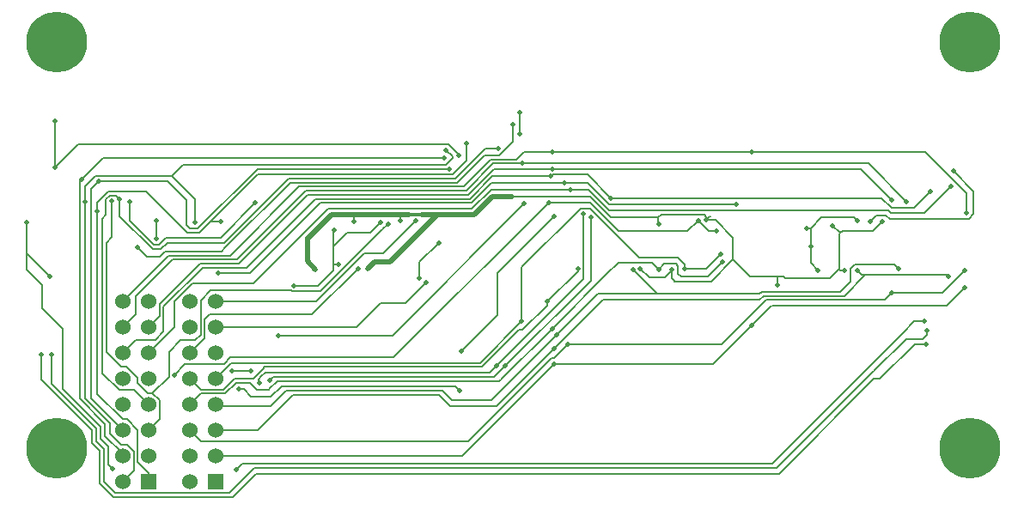
<source format=gbl>
G04 (created by PCBNEW (2013-mar-13)-testing) date Tue 15 Oct 2013 18:57:03 BST*
%MOIN*%
G04 Gerber Fmt 3.4, Leading zero omitted, Abs format*
%FSLAX34Y34*%
G01*
G70*
G90*
G04 APERTURE LIST*
%ADD10C,0.005906*%
%ADD11R,0.060000X0.060000*%
%ADD12C,0.060000*%
%ADD13C,0.236220*%
%ADD14C,0.019685*%
%ADD15C,0.007874*%
%ADD16C,0.019685*%
%ADD17C,0.011811*%
G04 APERTURE END LIST*
G54D10*
G54D11*
X19328Y-28864D03*
G54D12*
X18328Y-28864D03*
X19328Y-27864D03*
X18328Y-27864D03*
X19328Y-26864D03*
X18328Y-26864D03*
X19328Y-25864D03*
X18328Y-25864D03*
X19328Y-24864D03*
X18328Y-24864D03*
X19328Y-23864D03*
X18328Y-23864D03*
X19328Y-22864D03*
X18328Y-22864D03*
X19328Y-21864D03*
X18328Y-21864D03*
G54D11*
X21927Y-28864D03*
G54D12*
X20927Y-28864D03*
X21927Y-27864D03*
X20927Y-27864D03*
X21927Y-26864D03*
X20927Y-26864D03*
X21927Y-25864D03*
X20927Y-25864D03*
X21927Y-24864D03*
X20927Y-24864D03*
X21927Y-23864D03*
X20927Y-23864D03*
X21927Y-22864D03*
X20927Y-22864D03*
X21927Y-21864D03*
X20927Y-21864D03*
G54D13*
X15748Y-11811D03*
X15748Y-27559D03*
X51181Y-27559D03*
X51181Y-11811D03*
G54D14*
X47795Y-18750D03*
X43730Y-21230D03*
X46318Y-20649D03*
X40974Y-18710D03*
X39114Y-18868D03*
X38395Y-20580D03*
X39625Y-20629D03*
X27814Y-20610D03*
X25807Y-20629D03*
X27303Y-18750D03*
X29094Y-18720D03*
X25479Y-19397D03*
X45876Y-18915D03*
X31670Y-15743D03*
X22116Y-18769D03*
X17332Y-18366D03*
X30876Y-15993D03*
X21122Y-18779D03*
X16874Y-18007D03*
X35698Y-17519D03*
X50458Y-17398D03*
X34940Y-16993D03*
X49674Y-17601D03*
X37268Y-17846D03*
X34991Y-16713D03*
X47312Y-18750D03*
X50551Y-16801D03*
X48171Y-17923D03*
X33818Y-16486D03*
X48742Y-17994D03*
X35462Y-17253D03*
X42125Y-18079D03*
X22039Y-20771D03*
X51058Y-18418D03*
X42744Y-16078D03*
X34985Y-16071D03*
X15698Y-14872D03*
X31377Y-16203D03*
X15697Y-16653D03*
X30799Y-16287D03*
X16729Y-17126D03*
X28612Y-18858D03*
X17910Y-17975D03*
X30998Y-16719D03*
X17391Y-17212D03*
X32888Y-15933D03*
X18202Y-17908D03*
X18602Y-17982D03*
X23474Y-18041D03*
X40656Y-18715D03*
X41355Y-19123D03*
X34869Y-18015D03*
X20331Y-24716D03*
X23300Y-24575D03*
X22575Y-24575D03*
X33910Y-18057D03*
X24370Y-23212D03*
X27460Y-20580D03*
X30094Y-21125D03*
X42732Y-22791D03*
X35055Y-24292D03*
X50988Y-21320D03*
X46820Y-20669D03*
X50357Y-20880D03*
X35057Y-23696D03*
X48172Y-21525D03*
X35597Y-23533D03*
X50990Y-20659D03*
X48425Y-20580D03*
X38118Y-20622D03*
X35174Y-23153D03*
X41609Y-20325D03*
X39122Y-20614D03*
X34980Y-22924D03*
X33808Y-22631D03*
X41523Y-20039D03*
X40122Y-20606D03*
X34788Y-21875D03*
X35980Y-20600D03*
X29700Y-18728D03*
X23622Y-25039D03*
X36206Y-18475D03*
X32842Y-24350D03*
X15561Y-23927D03*
X49523Y-22996D03*
X24035Y-24921D03*
X36482Y-18579D03*
X33163Y-24371D03*
X15169Y-23921D03*
X49480Y-23527D03*
X22716Y-28389D03*
X49433Y-22629D03*
X17942Y-28356D03*
X15492Y-20895D03*
X33720Y-15354D03*
X33720Y-14517D03*
X14606Y-18799D03*
X19616Y-18730D03*
X19616Y-19429D03*
X29842Y-20964D03*
X30580Y-19606D03*
X26692Y-20433D03*
X45305Y-20649D03*
X46818Y-18732D03*
X28314Y-18795D03*
X26527Y-19102D03*
X24968Y-21251D03*
X45011Y-19714D03*
X44869Y-19019D03*
X22814Y-25275D03*
X31387Y-25314D03*
X31476Y-23789D03*
X35059Y-18572D03*
X33465Y-14998D03*
X18887Y-19763D03*
G54D15*
X47075Y-19126D02*
X47418Y-19126D01*
X46171Y-19209D02*
X46253Y-19126D01*
X46253Y-19126D02*
X47075Y-19126D01*
X47418Y-19126D02*
X47795Y-18750D01*
X43730Y-21230D02*
X43730Y-20902D01*
X43730Y-20902D02*
X43730Y-20915D01*
X43730Y-20915D02*
X43730Y-20902D01*
X46318Y-20649D02*
X46171Y-20649D01*
X46171Y-20649D02*
X46116Y-20595D01*
X41998Y-19460D02*
X41998Y-19390D01*
X41998Y-20242D02*
X41998Y-19460D01*
X41318Y-18710D02*
X40974Y-18710D01*
X41998Y-19390D02*
X41318Y-18710D01*
X40846Y-18498D02*
X40880Y-18498D01*
X40880Y-18498D02*
X40974Y-18592D01*
X40974Y-18592D02*
X40974Y-18710D01*
X41106Y-18578D02*
X41117Y-18578D01*
X40974Y-18710D02*
X41106Y-18578D01*
X39105Y-18859D02*
X39105Y-18611D01*
X39114Y-18868D02*
X39105Y-18859D01*
X39625Y-20629D02*
X39625Y-20659D01*
X38750Y-20935D02*
X38395Y-20580D01*
X39350Y-20935D02*
X38750Y-20935D01*
X39625Y-20659D02*
X39350Y-20935D01*
X39625Y-20935D02*
X39625Y-20964D01*
X39625Y-20964D02*
X39745Y-21084D01*
X39625Y-20944D02*
X39625Y-20935D01*
X39625Y-20935D02*
X39625Y-20629D01*
G54D16*
X28690Y-20314D02*
X30513Y-18491D01*
X28110Y-20314D02*
X28690Y-20314D01*
X27814Y-20610D02*
X28110Y-20314D01*
X25479Y-20302D02*
X25479Y-19397D01*
X25807Y-20629D02*
X25479Y-20302D01*
G54D15*
X27303Y-18750D02*
X27303Y-18491D01*
X27303Y-18491D02*
X27303Y-18484D01*
X27303Y-18484D02*
X27303Y-18491D01*
X29104Y-18710D02*
X29104Y-18491D01*
X29094Y-18720D02*
X29104Y-18710D01*
G54D17*
X29436Y-18491D02*
X29921Y-18491D01*
G54D16*
X32646Y-17797D02*
X31952Y-18491D01*
X31952Y-18491D02*
X30513Y-18491D01*
X30513Y-18491D02*
X29921Y-18491D01*
G54D15*
X33419Y-17797D02*
X36452Y-17797D01*
X36452Y-17797D02*
X37266Y-18611D01*
X37266Y-18611D02*
X39105Y-18611D01*
X39105Y-18611D02*
X39217Y-18498D01*
X39217Y-18498D02*
X40846Y-18498D01*
X40846Y-18498D02*
X40847Y-18498D01*
G54D16*
X33419Y-17797D02*
X32646Y-17797D01*
X25479Y-19397D02*
X25523Y-19397D01*
X29436Y-18491D02*
X29438Y-18494D01*
X26429Y-18491D02*
X27303Y-18491D01*
X27303Y-18491D02*
X29104Y-18491D01*
X29104Y-18491D02*
X29436Y-18491D01*
X25523Y-19397D02*
X26429Y-18491D01*
G54D15*
X45876Y-18915D02*
X46171Y-19209D01*
X46126Y-20584D02*
X46116Y-20595D01*
X46126Y-19253D02*
X46126Y-20584D01*
X46171Y-19209D02*
X46126Y-19253D01*
X46116Y-20595D02*
X46116Y-20595D01*
X45755Y-20956D02*
X46116Y-20595D01*
X44020Y-20956D02*
X45755Y-20956D01*
X43967Y-20902D02*
X44020Y-20956D01*
X42659Y-20902D02*
X43730Y-20902D01*
X43730Y-20902D02*
X43967Y-20902D01*
X41998Y-20242D02*
X42659Y-20902D01*
X41156Y-21084D02*
X41998Y-20242D01*
X39745Y-21084D02*
X41156Y-21084D01*
X39744Y-21084D02*
X39745Y-21084D01*
X23957Y-16935D02*
X23562Y-16935D01*
X31670Y-15743D02*
X31670Y-15743D01*
X31670Y-15743D02*
X31670Y-16387D01*
X31670Y-16387D02*
X31122Y-16935D01*
X31122Y-16935D02*
X23957Y-16935D01*
X23562Y-16935D02*
X21730Y-18767D01*
X22116Y-18769D02*
X22114Y-18767D01*
X22114Y-18767D02*
X21730Y-18767D01*
X20816Y-19192D02*
X19218Y-17594D01*
X17759Y-17594D02*
X17332Y-18020D01*
X19218Y-17594D02*
X17759Y-17594D01*
X17332Y-18020D02*
X17332Y-18366D01*
X21730Y-18767D02*
X21305Y-19192D01*
X21305Y-19192D02*
X20816Y-19192D01*
X18910Y-28080D02*
X18910Y-28111D01*
X17332Y-18553D02*
X17332Y-25466D01*
X17332Y-25466D02*
X18312Y-26445D01*
X18312Y-26445D02*
X18505Y-26445D01*
X18505Y-26445D02*
X18910Y-26850D01*
X18910Y-26850D02*
X18910Y-28080D01*
X19328Y-28529D02*
X19328Y-28864D01*
X18910Y-28111D02*
X19328Y-28529D01*
X17332Y-18366D02*
X17332Y-18563D01*
X30820Y-16555D02*
X30845Y-16555D01*
X20230Y-16991D02*
X20666Y-16555D01*
X23068Y-16555D02*
X30820Y-16555D01*
X23068Y-16555D02*
X20666Y-16555D01*
X31114Y-16230D02*
X30876Y-15993D01*
X31114Y-16287D02*
X31114Y-16230D01*
X30845Y-16555D02*
X31114Y-16287D01*
X30876Y-15993D02*
X30876Y-15993D01*
X16874Y-17387D02*
X16874Y-18007D01*
X16874Y-17387D02*
X17270Y-16991D01*
X17270Y-16991D02*
X19465Y-16991D01*
X20230Y-16991D02*
X19465Y-16991D01*
X21122Y-17883D02*
X20230Y-16991D01*
X21122Y-18779D02*
X21122Y-17883D01*
X16874Y-25633D02*
X16874Y-18007D01*
X17838Y-26596D02*
X16874Y-25633D01*
X17838Y-26997D02*
X17838Y-26596D01*
X18260Y-27419D02*
X17838Y-26997D01*
X18481Y-27419D02*
X18260Y-27419D01*
X18752Y-27690D02*
X18481Y-27419D01*
X18752Y-28440D02*
X18752Y-27690D01*
X18328Y-28864D02*
X18752Y-28440D01*
X47639Y-18322D02*
X48023Y-18322D01*
X36506Y-17628D02*
X36397Y-17519D01*
X35698Y-17519D02*
X36397Y-17519D01*
X49429Y-18427D02*
X50458Y-17398D01*
X37200Y-18322D02*
X47639Y-18322D01*
X36506Y-17628D02*
X37200Y-18322D01*
X36506Y-17628D02*
X36506Y-17628D01*
X49431Y-18425D02*
X49429Y-18427D01*
X48126Y-18425D02*
X49431Y-18425D01*
X48023Y-18322D02*
X48126Y-18425D01*
X33474Y-17519D02*
X32618Y-17519D01*
X35698Y-17519D02*
X33474Y-17519D01*
X32618Y-17519D02*
X31862Y-18275D01*
X26295Y-18275D02*
X31862Y-18275D01*
X23399Y-21170D02*
X26295Y-18275D01*
X21027Y-21170D02*
X23399Y-21170D01*
X20334Y-21863D02*
X21027Y-21170D01*
X20334Y-22858D02*
X20334Y-21863D01*
X20334Y-22858D02*
X19328Y-23864D01*
X49032Y-18244D02*
X49674Y-17601D01*
X48167Y-18244D02*
X49032Y-18244D01*
X47769Y-17846D02*
X48167Y-18244D01*
X37268Y-17846D02*
X47769Y-17846D01*
X18828Y-23364D02*
X18328Y-23864D01*
X19578Y-23364D02*
X18828Y-23364D01*
X19910Y-23032D02*
X19578Y-23364D01*
X19910Y-22064D02*
X19910Y-23032D01*
X21420Y-20555D02*
X19910Y-22064D01*
X23123Y-20555D02*
X21420Y-20555D01*
X25797Y-17881D02*
X23123Y-20555D01*
X31780Y-17881D02*
X25797Y-17881D01*
X32668Y-16993D02*
X31780Y-17881D01*
X34940Y-16993D02*
X32668Y-16993D01*
X34989Y-16944D02*
X34940Y-16993D01*
X36366Y-16944D02*
X34989Y-16944D01*
X37268Y-17846D02*
X36366Y-16944D01*
X48562Y-18661D02*
X51151Y-18661D01*
X47312Y-18750D02*
X47549Y-18513D01*
X47549Y-18513D02*
X47933Y-18513D01*
X47933Y-18513D02*
X48080Y-18661D01*
X48080Y-18661D02*
X48562Y-18661D01*
X51338Y-17588D02*
X50551Y-16801D01*
X51338Y-18474D02*
X51338Y-17588D01*
X51151Y-18661D02*
X51338Y-18474D01*
X46961Y-16713D02*
X48171Y-17923D01*
X34991Y-16713D02*
X46961Y-16713D01*
X19752Y-22440D02*
X19328Y-22864D01*
X19752Y-21973D02*
X19752Y-22440D01*
X21328Y-20397D02*
X19752Y-21973D01*
X22834Y-20397D02*
X21328Y-20397D01*
X25508Y-17723D02*
X22834Y-20397D01*
X31714Y-17723D02*
X25508Y-17723D01*
X32724Y-16713D02*
X31714Y-17723D01*
X34991Y-16713D02*
X32724Y-16713D01*
X47248Y-16501D02*
X35329Y-16501D01*
X35314Y-16486D02*
X33818Y-16486D01*
X35329Y-16501D02*
X35314Y-16486D01*
X32702Y-16512D02*
X33792Y-16512D01*
X33792Y-16512D02*
X33818Y-16486D01*
X18328Y-22864D02*
X18828Y-22364D01*
X18828Y-21673D02*
X18828Y-22364D01*
X20261Y-20240D02*
X18828Y-21673D01*
X22769Y-20240D02*
X20261Y-20240D01*
X25443Y-17566D02*
X22769Y-20240D01*
X31649Y-17566D02*
X25443Y-17566D01*
X32702Y-16512D02*
X31649Y-17566D01*
X47244Y-16496D02*
X47248Y-16501D01*
X47248Y-16501D02*
X48742Y-17994D01*
X35462Y-17253D02*
X35458Y-17249D01*
X35458Y-17249D02*
X35191Y-17249D01*
X35191Y-17249D02*
X35187Y-17253D01*
X35187Y-17253D02*
X35187Y-17249D01*
X35455Y-17249D02*
X36350Y-17249D01*
X36350Y-17249D02*
X37180Y-18079D01*
X37180Y-18079D02*
X42125Y-18079D01*
X32634Y-17249D02*
X35187Y-17249D01*
X35187Y-17249D02*
X35455Y-17249D01*
X31845Y-18039D02*
X32634Y-17249D01*
X25993Y-18039D02*
X31845Y-18039D01*
X23260Y-20771D02*
X25993Y-18039D01*
X22039Y-20771D02*
X23260Y-20771D01*
X42744Y-16078D02*
X49471Y-16078D01*
X49665Y-16272D02*
X51058Y-17665D01*
X51058Y-17665D02*
X51058Y-18418D01*
X49471Y-16078D02*
X49665Y-16272D01*
X42606Y-16078D02*
X42606Y-16071D01*
X42613Y-16071D02*
X42606Y-16078D01*
X42736Y-16071D02*
X42613Y-16071D01*
X42744Y-16078D02*
X42736Y-16071D01*
X42606Y-16071D02*
X34985Y-16071D01*
X20110Y-20082D02*
X18328Y-21864D01*
X22481Y-20082D02*
X20110Y-20082D01*
X25155Y-17408D02*
X22481Y-20082D01*
X31552Y-17408D02*
X25155Y-17408D01*
X32605Y-16355D02*
X31552Y-17408D01*
X33600Y-16355D02*
X32605Y-16355D01*
X33884Y-16071D02*
X33600Y-16355D01*
X34985Y-16071D02*
X33884Y-16071D01*
X15697Y-16653D02*
X15697Y-14873D01*
X15697Y-14873D02*
X15698Y-14872D01*
X16581Y-15769D02*
X15697Y-16653D01*
X16581Y-15769D02*
X30976Y-15769D01*
X30976Y-15769D02*
X31377Y-16171D01*
X31377Y-16171D02*
X31377Y-16203D01*
X30799Y-16287D02*
X17568Y-16287D01*
X17516Y-16338D02*
X16729Y-17126D01*
X17568Y-16287D02*
X17516Y-16338D01*
X16657Y-17198D02*
X16729Y-17126D01*
X16657Y-25638D02*
X16657Y-17198D01*
X17641Y-26623D02*
X16657Y-25638D01*
X17641Y-27090D02*
X17641Y-26623D01*
X18311Y-27759D02*
X17641Y-27090D01*
X26000Y-21468D02*
X28407Y-19060D01*
X24879Y-21468D02*
X26000Y-21468D01*
X24856Y-21445D02*
X24879Y-21468D01*
X21727Y-21445D02*
X24856Y-21445D01*
X21345Y-21827D02*
X21727Y-21445D01*
X21345Y-23152D02*
X21345Y-21827D01*
X21122Y-23375D02*
X21345Y-23152D01*
X20570Y-23375D02*
X21122Y-23375D01*
X20114Y-23832D02*
X20570Y-23375D01*
X20114Y-24781D02*
X20114Y-23832D01*
X19476Y-25419D02*
X20114Y-24781D01*
X28407Y-19060D02*
X28409Y-19060D01*
X28409Y-19060D02*
X28612Y-18858D01*
X19755Y-25699D02*
X19476Y-25419D01*
X19755Y-26437D02*
X19755Y-25699D01*
X19328Y-26864D02*
X19755Y-26437D01*
X17910Y-19375D02*
X17910Y-17975D01*
X17688Y-19597D02*
X17910Y-19375D01*
X17688Y-23838D02*
X17688Y-19597D01*
X18254Y-24403D02*
X17688Y-23838D01*
X18462Y-24403D02*
X18254Y-24403D01*
X18889Y-24830D02*
X18462Y-24403D01*
X18889Y-25024D02*
X18889Y-24830D01*
X19284Y-25419D02*
X18889Y-25024D01*
X19476Y-25419D02*
X19284Y-25419D01*
X30998Y-16719D02*
X23553Y-16719D01*
X20076Y-17212D02*
X20797Y-17933D01*
X20797Y-17933D02*
X20797Y-18887D01*
X20797Y-18887D02*
X20944Y-19035D01*
X20944Y-19035D02*
X21240Y-19035D01*
X21240Y-19035D02*
X23556Y-16719D01*
X23556Y-16719D02*
X23556Y-16728D01*
X23556Y-16728D02*
X23553Y-16732D01*
X23553Y-16732D02*
X23553Y-16719D01*
X20076Y-17212D02*
X19360Y-17212D01*
X17098Y-17504D02*
X17391Y-17212D01*
X17098Y-25633D02*
X17098Y-17504D01*
X18328Y-26864D02*
X17098Y-25633D01*
X19363Y-17212D02*
X19360Y-17212D01*
X19360Y-17212D02*
X17391Y-17212D01*
X32390Y-15933D02*
X31230Y-17093D01*
X31230Y-17093D02*
X24755Y-17093D01*
X24755Y-17093D02*
X22264Y-19584D01*
X32888Y-15933D02*
X32390Y-15933D01*
X19482Y-19842D02*
X19793Y-19842D01*
X22264Y-19585D02*
X22264Y-19584D01*
X19793Y-19842D02*
X20050Y-19585D01*
X20050Y-19585D02*
X22264Y-19585D01*
X18202Y-18537D02*
X18202Y-18563D01*
X18202Y-17908D02*
X18202Y-18537D01*
X18202Y-18563D02*
X19482Y-19842D01*
X22264Y-19584D02*
X22264Y-19585D01*
X18772Y-25308D02*
X19328Y-25864D01*
X18181Y-25308D02*
X18772Y-25308D01*
X17531Y-24657D02*
X18181Y-25308D01*
X17531Y-18653D02*
X17531Y-24657D01*
X17675Y-18509D02*
X17531Y-18653D01*
X17675Y-17904D02*
X17675Y-18509D01*
X17820Y-17759D02*
X17675Y-17904D01*
X18052Y-17759D02*
X17820Y-17759D01*
X18202Y-17908D02*
X18052Y-17759D01*
X19517Y-19655D02*
X19714Y-19655D01*
X18602Y-18740D02*
X19517Y-19655D01*
X18602Y-18700D02*
X18602Y-17982D01*
X18602Y-18700D02*
X18602Y-18740D01*
X19990Y-19379D02*
X22135Y-19379D01*
X19714Y-19655D02*
X19990Y-19379D01*
X23474Y-18041D02*
X22135Y-19379D01*
X22135Y-19379D02*
X22116Y-19399D01*
X41064Y-19123D02*
X40656Y-18715D01*
X41064Y-19123D02*
X41355Y-19123D01*
X28841Y-24043D02*
X34869Y-18015D01*
X22510Y-24043D02*
X28841Y-24043D01*
X22246Y-24308D02*
X22510Y-24043D01*
X20739Y-24308D02*
X22246Y-24308D01*
X20331Y-24716D02*
X20739Y-24308D01*
X40242Y-19129D02*
X40656Y-18715D01*
X37561Y-19129D02*
X40242Y-19129D01*
X36447Y-18015D02*
X37561Y-19129D01*
X34869Y-18015D02*
X36447Y-18015D01*
X23300Y-24575D02*
X22575Y-24575D01*
X28786Y-23180D02*
X24401Y-23180D01*
X28786Y-23180D02*
X33910Y-18057D01*
X24401Y-23180D02*
X24370Y-23212D01*
X25669Y-22362D02*
X25669Y-22364D01*
X25671Y-22364D02*
X25669Y-22362D01*
X25677Y-22364D02*
X25671Y-22364D01*
X27460Y-20580D02*
X25677Y-22364D01*
X21700Y-22364D02*
X25669Y-22364D01*
X21503Y-22561D02*
X21700Y-22364D01*
X21503Y-23288D02*
X21503Y-22561D01*
X20927Y-23864D02*
X21503Y-23288D01*
X28318Y-21933D02*
X29287Y-21933D01*
X21927Y-22864D02*
X26299Y-22864D01*
X27387Y-22864D02*
X28318Y-21933D01*
X26299Y-22864D02*
X27387Y-22864D01*
X29287Y-21933D02*
X30094Y-21125D01*
X41122Y-24292D02*
X41230Y-24292D01*
X35055Y-24292D02*
X41122Y-24292D01*
X41230Y-24292D02*
X42732Y-22791D01*
X42732Y-22791D02*
X43498Y-22025D01*
X50283Y-22025D02*
X43515Y-22025D01*
X50988Y-21320D02*
X50283Y-22025D01*
X31483Y-27864D02*
X35055Y-24292D01*
X21927Y-27864D02*
X31483Y-27864D01*
X24934Y-25492D02*
X30590Y-25492D01*
X35057Y-23696D02*
X33260Y-25492D01*
X24934Y-25492D02*
X23562Y-26864D01*
X23562Y-26864D02*
X21927Y-26864D01*
X32818Y-25935D02*
X33260Y-25492D01*
X31033Y-25935D02*
X32818Y-25935D01*
X30590Y-25492D02*
X31033Y-25935D01*
X47038Y-20837D02*
X47135Y-20837D01*
X46988Y-20837D02*
X47038Y-20837D01*
X46820Y-20669D02*
X46988Y-20837D01*
X50314Y-20837D02*
X50357Y-20880D01*
X47135Y-20837D02*
X50314Y-20837D01*
X36945Y-21808D02*
X35057Y-23696D01*
X43029Y-21808D02*
X36945Y-21808D01*
X43186Y-21650D02*
X43029Y-21808D01*
X46321Y-21650D02*
X43186Y-21650D01*
X47135Y-20837D02*
X46321Y-21650D01*
X50124Y-21525D02*
X48172Y-21525D01*
X50990Y-20659D02*
X50124Y-21525D01*
X41565Y-23533D02*
X35597Y-23533D01*
X43291Y-21808D02*
X41565Y-23533D01*
X47889Y-21808D02*
X43291Y-21808D01*
X48172Y-21525D02*
X47889Y-21808D01*
X21360Y-27297D02*
X20927Y-26864D01*
X31744Y-27297D02*
X21360Y-27297D01*
X34965Y-24076D02*
X31744Y-27297D01*
X35055Y-24076D02*
X34965Y-24076D01*
X35597Y-23533D02*
X35055Y-24076D01*
X24645Y-25334D02*
X30728Y-25334D01*
X35174Y-23153D02*
X32992Y-25334D01*
X24645Y-25334D02*
X24061Y-25919D01*
X24061Y-25919D02*
X21982Y-25919D01*
X21982Y-25919D02*
X21927Y-25864D01*
X32628Y-25698D02*
X32992Y-25334D01*
X31092Y-25698D02*
X32628Y-25698D01*
X30728Y-25334D02*
X31092Y-25698D01*
X45495Y-21493D02*
X46174Y-21493D01*
X46555Y-20590D02*
X46722Y-20423D01*
X46555Y-21112D02*
X46555Y-20590D01*
X46174Y-21493D02*
X46555Y-21112D01*
X48267Y-20423D02*
X48425Y-20580D01*
X46722Y-20423D02*
X48267Y-20423D01*
X45495Y-21493D02*
X45495Y-21493D01*
X45495Y-21493D02*
X45495Y-21493D01*
X39177Y-21574D02*
X39177Y-21575D01*
X39175Y-21575D02*
X39177Y-21574D01*
X39072Y-21575D02*
X39175Y-21575D01*
X38118Y-20622D02*
X39072Y-21575D01*
X43121Y-21493D02*
X45495Y-21493D01*
X43038Y-21575D02*
X43121Y-21493D01*
X36751Y-21575D02*
X39177Y-21575D01*
X39177Y-21575D02*
X43038Y-21575D01*
X35174Y-23153D02*
X36751Y-21575D01*
X24005Y-25285D02*
X24005Y-25275D01*
X22306Y-25445D02*
X22732Y-25019D01*
X22732Y-25019D02*
X23257Y-25019D01*
X23257Y-25019D02*
X23523Y-25285D01*
X23523Y-25285D02*
X24005Y-25285D01*
X20927Y-25864D02*
X21346Y-25445D01*
X21346Y-25445D02*
X22306Y-25445D01*
X32992Y-24911D02*
X32992Y-24912D01*
X32942Y-24960D02*
X32992Y-24911D01*
X24320Y-24960D02*
X32942Y-24960D01*
X24005Y-25275D02*
X24320Y-24960D01*
X34980Y-22924D02*
X32992Y-24912D01*
X38263Y-20358D02*
X38866Y-20358D01*
X38263Y-20358D02*
X37546Y-20358D01*
X37546Y-20358D02*
X37099Y-20805D01*
X34980Y-22924D02*
X37099Y-20805D01*
X38866Y-20358D02*
X39122Y-20614D01*
X41022Y-20912D02*
X39996Y-20912D01*
X39996Y-20912D02*
X39872Y-20787D01*
X39872Y-20787D02*
X39872Y-20482D01*
X39872Y-20482D02*
X39793Y-20403D01*
X39793Y-20403D02*
X39332Y-20403D01*
X39332Y-20403D02*
X39122Y-20614D01*
X41022Y-20912D02*
X41609Y-20325D01*
X39681Y-20165D02*
X39850Y-20165D01*
X36468Y-18259D02*
X38375Y-20165D01*
X36092Y-18259D02*
X36468Y-18259D01*
X33808Y-20542D02*
X36092Y-18259D01*
X33808Y-22631D02*
X33808Y-20542D01*
X38375Y-20165D02*
X39681Y-20165D01*
X40122Y-20437D02*
X40122Y-20606D01*
X39850Y-20165D02*
X40122Y-20437D01*
X40956Y-20606D02*
X40122Y-20606D01*
X41523Y-20039D02*
X40956Y-20606D01*
X32188Y-24251D02*
X33808Y-22631D01*
X22539Y-24251D02*
X32188Y-24251D01*
X21927Y-24864D02*
X22539Y-24251D01*
X23748Y-24499D02*
X23748Y-24499D01*
X34788Y-22013D02*
X34788Y-21875D01*
X33838Y-22962D02*
X34788Y-22013D01*
X33700Y-22962D02*
X33838Y-22962D01*
X32254Y-24409D02*
X33700Y-22962D01*
X23838Y-24409D02*
X32254Y-24409D01*
X23748Y-24499D02*
X23838Y-24409D01*
X23750Y-24499D02*
X23748Y-24499D01*
X21350Y-25287D02*
X21350Y-25287D01*
X22241Y-25287D02*
X21350Y-25287D01*
X22667Y-24862D02*
X22241Y-25287D01*
X23385Y-24862D02*
X22667Y-24862D01*
X23748Y-24499D02*
X23385Y-24862D01*
X35980Y-20682D02*
X34788Y-21875D01*
X35980Y-20600D02*
X35980Y-20682D01*
X21350Y-25287D02*
X21350Y-25287D01*
X21350Y-25287D02*
X20927Y-24864D01*
X34788Y-21875D02*
X34788Y-21964D01*
X23750Y-24499D02*
X23746Y-24499D01*
X28431Y-19997D02*
X29700Y-18728D01*
X27693Y-19997D02*
X28431Y-19997D01*
X25827Y-21864D02*
X27693Y-19997D01*
X21927Y-21864D02*
X25827Y-21864D01*
X21927Y-21864D02*
X21927Y-21864D01*
X23868Y-24616D02*
X23710Y-24773D01*
X23602Y-25019D02*
X23622Y-25039D01*
X23602Y-24881D02*
X23602Y-25019D01*
X23710Y-24773D02*
X23602Y-24881D01*
X32576Y-24616D02*
X23868Y-24616D01*
X23868Y-24616D02*
X23864Y-24616D01*
X32576Y-24616D02*
X32842Y-24350D01*
X36206Y-20986D02*
X36206Y-18475D01*
X36206Y-20986D02*
X32842Y-24350D01*
X15561Y-23927D02*
X15561Y-25068D01*
X43710Y-28336D02*
X47472Y-24574D01*
X23425Y-28336D02*
X43710Y-28336D01*
X22467Y-29294D02*
X23425Y-28336D01*
X18030Y-29294D02*
X22467Y-29294D01*
X17608Y-28872D02*
X18030Y-29294D01*
X17608Y-27608D02*
X17608Y-28872D01*
X17293Y-27293D02*
X17608Y-27608D01*
X17293Y-26801D02*
X17293Y-27293D01*
X15561Y-25068D02*
X17293Y-26801D01*
X48724Y-23322D02*
X47472Y-24574D01*
X49377Y-23322D02*
X48724Y-23322D01*
X49523Y-23177D02*
X49377Y-23322D01*
X49523Y-22996D02*
X49523Y-23177D01*
X24153Y-24803D02*
X24035Y-24921D01*
X32736Y-24803D02*
X24153Y-24803D01*
X33163Y-24376D02*
X32736Y-24803D01*
X33163Y-24371D02*
X33163Y-24376D01*
X36482Y-21052D02*
X36482Y-18579D01*
X36482Y-21052D02*
X33163Y-24371D01*
X15169Y-23921D02*
X15169Y-24905D01*
X43779Y-28551D02*
X47460Y-24870D01*
X23488Y-28551D02*
X43779Y-28551D01*
X22587Y-29451D02*
X23488Y-28551D01*
X17963Y-29451D02*
X22587Y-29451D01*
X17429Y-28917D02*
X17963Y-29451D01*
X17429Y-27665D02*
X17429Y-28917D01*
X17114Y-27350D02*
X17429Y-27665D01*
X17114Y-26850D02*
X17114Y-27350D01*
X15169Y-24905D02*
X17114Y-26850D01*
X47708Y-24870D02*
X47460Y-24870D01*
X49051Y-23527D02*
X47708Y-24870D01*
X49480Y-23527D02*
X49051Y-23527D01*
X48578Y-23090D02*
X49031Y-22637D01*
X43511Y-28157D02*
X48578Y-23090D01*
X22948Y-28157D02*
X43511Y-28157D01*
X22716Y-28389D02*
X22948Y-28157D01*
X49425Y-22637D02*
X49433Y-22629D01*
X49031Y-22637D02*
X49425Y-22637D01*
X17775Y-27509D02*
X17775Y-28188D01*
X17775Y-27509D02*
X17460Y-27194D01*
X17460Y-27194D02*
X17460Y-26732D01*
X17460Y-26732D02*
X16000Y-25272D01*
X16000Y-25219D02*
X16000Y-25272D01*
X17775Y-28188D02*
X17942Y-28356D01*
X14606Y-18799D02*
X14606Y-20009D01*
X14606Y-20009D02*
X15492Y-20895D01*
X33720Y-14517D02*
X33720Y-15354D01*
X16000Y-22914D02*
X15206Y-22120D01*
X16000Y-25273D02*
X16000Y-25206D01*
X16000Y-25206D02*
X16000Y-22914D01*
X15206Y-21240D02*
X15206Y-22120D01*
X14606Y-20639D02*
X15206Y-21240D01*
X14606Y-18799D02*
X14606Y-20639D01*
X19616Y-18730D02*
X19616Y-19429D01*
X29842Y-20344D02*
X29842Y-20964D01*
X30580Y-19606D02*
X29842Y-20344D01*
X26683Y-20442D02*
X26486Y-20442D01*
X26692Y-20433D02*
X26683Y-20442D01*
X45011Y-20355D02*
X45011Y-19714D01*
X45305Y-20649D02*
X45011Y-20355D01*
X45428Y-18602D02*
X46519Y-18602D01*
X45011Y-19019D02*
X45428Y-18602D01*
X46688Y-18602D02*
X46818Y-18732D01*
X46688Y-18602D02*
X46519Y-18602D01*
X46519Y-18602D02*
X46519Y-18602D01*
X26654Y-19553D02*
X26654Y-19553D01*
X27928Y-19181D02*
X28314Y-18795D01*
X26654Y-19553D02*
X27026Y-19181D01*
X27026Y-19181D02*
X27889Y-19181D01*
X27889Y-19181D02*
X27928Y-19181D01*
X26654Y-19553D02*
X26486Y-19722D01*
X26486Y-19795D02*
X26486Y-19784D01*
X26486Y-19795D02*
X26486Y-19722D01*
X26486Y-19722D02*
X26486Y-19143D01*
X26486Y-19143D02*
X26527Y-19102D01*
X25910Y-21251D02*
X24968Y-21251D01*
X25910Y-21251D02*
X26486Y-20675D01*
X45011Y-19019D02*
X45011Y-19714D01*
X26486Y-19795D02*
X26486Y-20442D01*
X26486Y-20442D02*
X26486Y-20675D01*
X45011Y-19019D02*
X44869Y-19019D01*
X31230Y-25157D02*
X31387Y-25314D01*
X23011Y-25275D02*
X23307Y-25570D01*
X23307Y-25570D02*
X24064Y-25570D01*
X24064Y-25570D02*
X24478Y-25157D01*
X24478Y-25157D02*
X31230Y-25157D01*
X22814Y-25275D02*
X23011Y-25275D01*
X31476Y-23789D02*
X32864Y-22401D01*
X32864Y-22401D02*
X32864Y-20767D01*
X32864Y-20767D02*
X35059Y-18572D01*
X19763Y-20137D02*
X19261Y-20137D01*
X19261Y-20137D02*
X18887Y-19763D01*
X33465Y-15663D02*
X32931Y-16197D01*
X32931Y-16197D02*
X32349Y-16197D01*
X32349Y-16197D02*
X31296Y-17251D01*
X31296Y-17251D02*
X24821Y-17251D01*
X24821Y-17251D02*
X22309Y-19762D01*
X33465Y-14998D02*
X33465Y-15663D01*
X22147Y-19924D02*
X22309Y-19762D01*
X22147Y-19924D02*
X19976Y-19924D01*
X19976Y-19924D02*
X19763Y-20137D01*
M02*

</source>
